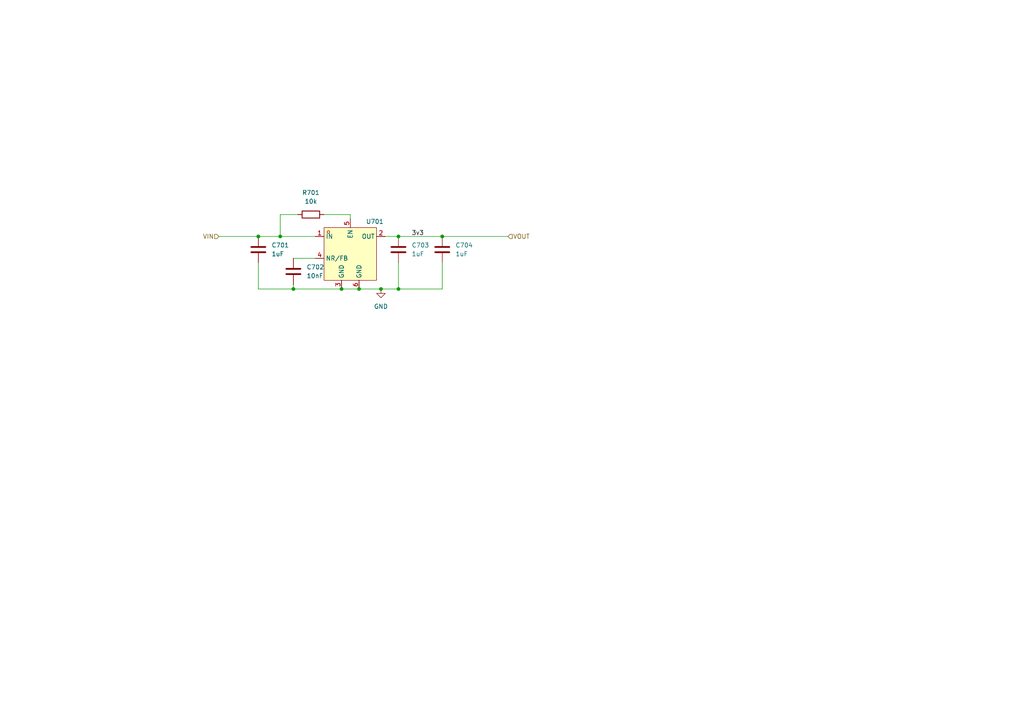
<source format=kicad_sch>
(kicad_sch (version 20231120) (generator "eeschema") (generator_version "8.0")
  (paper "A4")
  (lib_symbols
    (symbol "Device:C" (pin_numbers hide) (pin_names (offset 0.254))
      (property "Reference" "C" (at 0.635 2.54 0))
      (property "Value" "C" (at 0.635 -2.54 0))
      (symbol "C_0_1"
        (polyline (pts (xy -2.032 -0.762) (xy 2.032 -0.762)) (stroke (width 0.508)))
        (polyline (pts (xy -2.032 0.762) (xy 2.032 0.762)) (stroke (width 0.508)))
      )
      (symbol "C_1_1"
        (pin passive line (at 0 3.81 270) (length 2.794) (name "~") (number "1"))
        (pin passive line (at 0 -3.81 90) (length 2.794) (name "~") (number "2"))
      )
    )
    (symbol "Device:R" (pin_numbers hide) (pin_names (offset 0))
      (property "Reference" "R" (at 2.032 0 90))
      (property "Value" "R" (at 0 0 90))
      (symbol "R_0_1"
        (rectangle (start -1.016 -2.54) (end 1.016 2.54) (stroke (width 0.254)))
      )
      (symbol "R_1_1"
        (pin passive line (at 0 3.81 270) (length 1.27) (name "~") (number "1"))
        (pin passive line (at 0 -3.81 90) (length 1.27) (name "~") (number "2"))
      )
    )
    (symbol "easyeda2kicad:TPS73733DCQ_C5220270"
      (property "Reference" "U" (at 0 10.16 0))
      (property "Value" "TPS73733DCQ_C5220270" (at 0 -10.16 0))
      (symbol "TPS73733DCQ_C5220270_0_1"
        (rectangle (start -7.62 7.62) (end 7.62 -7.62) (fill (type background)))
        (circle (center -6.35 6.35) (radius 0.38))
        (pin unspecified line (at -10.16 5.08 0) (length 2.54) (name "IN") (number "1"))
        (pin unspecified line (at 10.16 5.08 180) (length 2.54) (name "OUT") (number "2"))
        (pin unspecified line (at -2.54 -10.16 90) (length 2.54) (name "GND") (number "3"))
        (pin unspecified line (at -10.16 -1.27 0) (length 2.54) (name "NR/FB") (number "4"))
        (pin unspecified line (at 0 10.16 270) (length 2.54) (name "EN") (number "5"))
        (pin unspecified line (at 2.54 -10.16 90) (length 2.54) (name "GND") (number "6"))
      )
    )
    (symbol "power:GND" (power) (pin_numbers hide) (pin_names (offset 0) hide)
      (property "Value" "GND" (at 0 -3.81 0))
      (symbol "GND_0_1"
        (polyline (pts (xy 0 0) (xy 0 -1.27) (xy 1.27 -1.27) (xy 0 -2.54) (xy -1.27 -1.27) (xy 0 -1.27)))
      )
      (symbol "GND_1_1"
        (pin power_in line (at 0 0 270) (length 0) (name "~") (number "1"))
      )
    )
  )
  (junction (at 85.09 83.82))
  (junction (at 74.93 68.58))
  (junction (at 99.06 83.82))
  (junction (at 81.28 68.58))
  (junction (at 128.27 68.58))
  (junction (at 104.14 83.82))
  (junction (at 115.57 83.82))
  (junction (at 115.57 68.58))
  (junction (at 110.49 83.82))
  (wire (pts (xy 115.57 83.82) (xy 110.49 83.82)))
  (wire (pts (xy 86.36 62.23) (xy 81.28 62.23)))
  (wire (pts (xy 74.93 68.58) (xy 81.28 68.58)))
  (wire (pts (xy 85.09 82.55) (xy 85.09 83.82)))
  (wire (pts (xy 115.57 76.2) (xy 115.57 83.82)))
  (wire (pts (xy 128.27 76.2) (xy 128.27 83.82)))
  (wire (pts (xy 111.76 68.58) (xy 115.57 68.58)))
  (wire (pts (xy 81.28 68.58) (xy 91.44 68.58)))
  (wire (pts (xy 128.27 68.58) (xy 147.32 68.58)))
  (wire (pts (xy 110.49 83.82) (xy 104.14 83.82)))
  (wire (pts (xy 115.57 68.58) (xy 128.27 68.58)))
  (wire (pts (xy 74.93 83.82) (xy 85.09 83.82)))
  (wire (pts (xy 93.98 62.23) (xy 101.6 62.23)))
  (wire (pts (xy 74.93 76.2) (xy 74.93 83.82)))
  (wire (pts (xy 85.09 83.82) (xy 99.06 83.82)))
  (wire (pts (xy 101.6 62.23) (xy 101.6 63.5)))
  (wire (pts (xy 63.5 68.58) (xy 74.93 68.58)))
  (wire (pts (xy 115.57 83.82) (xy 128.27 83.82)))
  (wire (pts (xy 99.06 83.82) (xy 104.14 83.82)))
  (wire (pts (xy 85.09 74.93) (xy 91.44 74.93)))
  (wire (pts (xy 81.28 62.23) (xy 81.28 68.58)))
  (label "3v3" (at 119.38 68.58 0))
  (hierarchical_label "VIN" (shape input) (at 63.5 68.58 180))
  (hierarchical_label "VOUT" (shape input) (at 147.32 68.58 0))
  (symbol (lib_id "Device:C") (at 85.09 78.74 0) (unit 1)
    (property "Reference" "C702" (at 88.9 77.4699 0) (effects (justify left)))
    (property "Value" "10nF" (at 88.9 80.0099 0) (effects (justify left)))
    (property "Footprint" "Capacitor_SMD:C_0603_1608Metric" (effects (hide yes)))
    (property "Description" "Unpolarized capacitor" (effects (hide yes)))
  )
  (symbol (lib_id "Device:R") (at 90.17 62.23 90) (unit 1)
    (property "Reference" "R701" (at 90.17 55.88 90))
    (property "Value" "10k" (at 90.17 58.42 90))
    (property "Footprint" "Resistor_SMD:R_0603_1608Metric" (effects (hide yes)))
    (property "Description" "Resistor" (effects (hide yes)))
  )
  (symbol (lib_id "Device:C") (at 115.57 72.39 0) (unit 1)
    (property "Reference" "C703" (at 119.38 71.1199 0) (effects (justify left)))
    (property "Value" "1uF" (at 119.38 73.6599 0) (effects (justify left)))
    (property "Footprint" "Capacitor_SMD:C_0603_1608Metric" (effects (hide yes)))
    (property "Description" "Unpolarized capacitor" (effects (hide yes)))
  )
  (symbol (lib_id "easyeda2kicad:TPS73733DCQ_C5220270") (at 101.6 73.66 0) (unit 1)
    (property "Reference" "U701" (at 108.712 64.262 0))
    (property "Value" "TPS73733DCQ_C5220270" (effects (hide yes)))
    (property "Footprint" "easyeda2kicad:SOT-223-6_L6.5-W3.5-P1.27-LS7.0-BR" (effects (hide yes)))
    (property "LCSC Part" "C5220270" (effects (hide yes)))
  )
  (symbol (lib_id "power:GND") (at 110.49 83.82 0) (unit 1)
    (property "Reference" "#PWR0601" (effects (hide yes)))
    (property "Value" "GND" (at 110.49 88.9 0))
    (property "Description" "Power symbol creates a global label with name \"GND\" , ground" (effects (hide yes)))
  )
  (symbol (lib_id "Device:C") (at 128.27 72.39 0) (unit 1)
    (property "Reference" "C704" (at 132.08 71.1199 0) (effects (justify left)))
    (property "Value" "1uF" (at 132.08 73.6599 0) (effects (justify left)))
    (property "Footprint" "Capacitor_SMD:C_0603_1608Metric" (effects (hide yes)))
    (property "Description" "Unpolarized capacitor" (effects (hide yes)))
  )
  (symbol (lib_id "Device:C") (at 74.93 72.39 0) (unit 1)
    (property "Reference" "C701" (at 78.74 71.1199 0) (effects (justify left)))
    (property "Value" "1uF" (at 78.74 73.6599 0) (effects (justify left)))
    (property "Footprint" "Capacitor_SMD:C_0603_1608Metric" (effects (hide yes)))
    (property "Description" "Unpolarized capacitor" (effects (hide yes)))
  )
)
</source>
